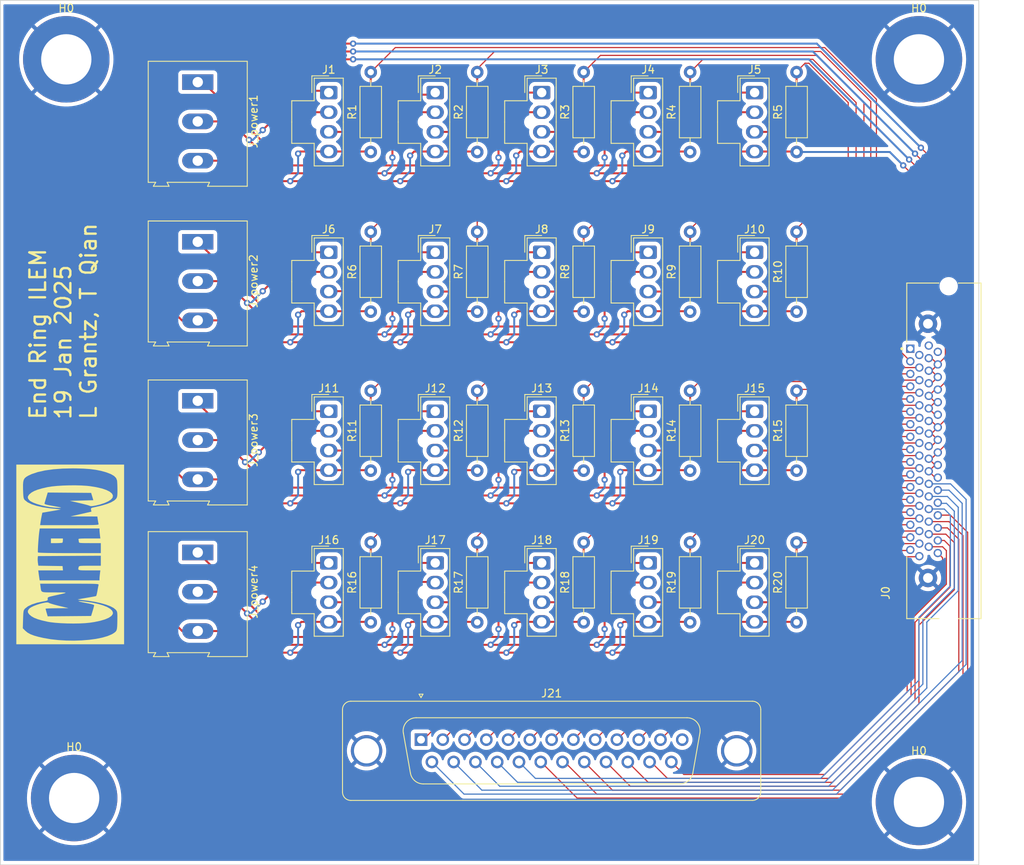
<source format=kicad_pcb>
(kicad_pcb
	(version 20240108)
	(generator "pcbnew")
	(generator_version "8.0")
	(general
		(thickness 1.6)
		(legacy_teardrops no)
	)
	(paper "A4")
	(layers
		(0 "F.Cu" signal)
		(31 "B.Cu" signal)
		(32 "B.Adhes" user "B.Adhesive")
		(33 "F.Adhes" user "F.Adhesive")
		(34 "B.Paste" user)
		(35 "F.Paste" user)
		(36 "B.SilkS" user "B.Silkscreen")
		(37 "F.SilkS" user "F.Silkscreen")
		(38 "B.Mask" user)
		(39 "F.Mask" user)
		(40 "Dwgs.User" user "User.Drawings")
		(41 "Cmts.User" user "User.Comments")
		(42 "Eco1.User" user "User.Eco1")
		(43 "Eco2.User" user "User.Eco2")
		(44 "Edge.Cuts" user)
		(45 "Margin" user)
		(46 "B.CrtYd" user "B.Courtyard")
		(47 "F.CrtYd" user "F.Courtyard")
		(48 "B.Fab" user)
		(49 "F.Fab" user)
		(50 "User.1" user)
		(51 "User.2" user)
		(52 "User.3" user)
		(53 "User.4" user)
		(54 "User.5" user)
		(55 "User.6" user)
		(56 "User.7" user)
		(57 "User.8" user)
		(58 "User.9" user)
	)
	(setup
		(stackup
			(layer "F.SilkS"
				(type "Top Silk Screen")
			)
			(layer "F.Paste"
				(type "Top Solder Paste")
			)
			(layer "F.Mask"
				(type "Top Solder Mask")
				(thickness 0.01)
			)
			(layer "F.Cu"
				(type "copper")
				(thickness 0.035)
			)
			(layer "dielectric 1"
				(type "core")
				(thickness 1.51)
				(material "FR4")
				(epsilon_r 4.5)
				(loss_tangent 0.02)
			)
			(layer "B.Cu"
				(type "copper")
				(thickness 0.035)
			)
			(layer "B.Mask"
				(type "Bottom Solder Mask")
				(thickness 0.01)
			)
			(layer "B.Paste"
				(type "Bottom Solder Paste")
			)
			(layer "B.SilkS"
				(type "Bottom Silk Screen")
			)
			(copper_finish "None")
			(dielectric_constraints no)
		)
		(pad_to_mask_clearance 0)
		(allow_soldermask_bridges_in_footprints no)
		(pcbplotparams
			(layerselection 0x00010fc_ffffffff)
			(plot_on_all_layers_selection 0x0000000_00000000)
			(disableapertmacros no)
			(usegerberextensions no)
			(usegerberattributes yes)
			(usegerberadvancedattributes yes)
			(creategerberjobfile yes)
			(dashed_line_dash_ratio 12.000000)
			(dashed_line_gap_ratio 3.000000)
			(svgprecision 4)
			(plotframeref no)
			(viasonmask no)
			(mode 1)
			(useauxorigin no)
			(hpglpennumber 1)
			(hpglpenspeed 20)
			(hpglpendiameter 15.000000)
			(pdf_front_fp_property_popups yes)
			(pdf_back_fp_property_popups yes)
			(dxfpolygonmode yes)
			(dxfimperialunits yes)
			(dxfusepcbnewfont yes)
			(psnegative no)
			(psa4output no)
			(plotreference yes)
			(plotvalue yes)
			(plotfptext yes)
			(plotinvisibletext no)
			(sketchpadsonfab no)
			(subtractmaskfromsilk no)
			(outputformat 1)
			(mirror no)
			(drillshape 0)
			(scaleselection 1)
			(outputdirectory "")
		)
	)
	(net 0 "")
	(net 1 "+15V")
	(net 2 "-15V")
	(net 3 "GND")
	(net 4 "V1")
	(net 5 "unconnected-(J0-Pad1)")
	(net 6 "unconnected-(J0-Pad2)")
	(net 7 "unconnected-(J0-Pad35)")
	(net 8 "unconnected-(J0-Pad36)")
	(net 9 "V21")
	(net 10 "V22")
	(net 11 "V23")
	(net 12 "V24")
	(net 13 "V25")
	(net 14 "V26")
	(net 15 "V27")
	(net 16 "V28")
	(net 17 "V29")
	(net 18 "V30")
	(net 19 "V31")
	(net 20 "V32")
	(net 21 "G21")
	(net 22 "G22")
	(net 23 "G23")
	(net 24 "G24")
	(net 25 "G25")
	(net 26 "G26")
	(net 27 "G27")
	(net 28 "G28")
	(net 29 "G29")
	(net 30 "G30")
	(net 31 "G31")
	(net 32 "G32")
	(net 33 "unconnected-(J21-Pad13)")
	(net 34 "V18")
	(net 35 "V10")
	(net 36 "V9")
	(net 37 "V8")
	(net 38 "V3")
	(net 39 "V7")
	(net 40 "V14")
	(net 41 "V6")
	(net 42 "V11")
	(net 43 "V13")
	(net 44 "V16")
	(net 45 "V19")
	(net 46 "V17")
	(net 47 "V2")
	(net 48 "V15")
	(net 49 "V20")
	(net 50 "V12")
	(net 51 "V5")
	(net 52 "V4")
	(footprint "Connector_Molex:Molex_Nano-Fit_105309-xx04_1x04_P2.50mm_Vertical" (layer "F.Cu") (at 78.9 47.05))
	(footprint "Connector_Molex:Molex_Nano-Fit_105309-xx04_1x04_P2.50mm_Vertical" (layer "F.Cu") (at 119.539998 86.58))
	(footprint "Connector_Molex:Molex_Nano-Fit_105309-xx04_1x04_P2.50mm_Vertical" (layer "F.Cu") (at 92.446666 86.58))
	(footprint "Resistor_THT:R_Axial_DIN0207_L6.3mm_D2.5mm_P10.16mm_Horizontal" (layer "F.Cu") (at 138.43 74.84 90))
	(footprint "Connector_Molex:Molex_Nano-Fit_105309-xx04_1x04_P2.50mm_Vertical" (layer "F.Cu") (at 92.446666 67.28))
	(footprint "Resistor_THT:R_Axial_DIN0207_L6.3mm_D2.5mm_P10.16mm_Horizontal" (layer "F.Cu") (at 138.43 94.14 90))
	(footprint "Connector_Molex:Molex_Nano-Fit_105309-xx04_1x04_P2.50mm_Vertical" (layer "F.Cu") (at 119.539998 47.05))
	(footprint "MountingHole:MountingHole_6.4mm_M6_DIN965_Pad" (layer "F.Cu") (at 45.5 22.5))
	(footprint "TerminalBlock:TerminalBlock_Altech_AK300-3_P5.00mm" (layer "F.Cu") (at 62.23 25.4 -90))
	(footprint "Connector_Molex:Molex_Nano-Fit_105309-xx04_1x04_P2.50mm_Vertical" (layer "F.Cu") (at 133.086664 47.05))
	(footprint "Connector_Molex:Molex_Nano-Fit_105309-xx04_1x04_P2.50mm_Vertical" (layer "F.Cu") (at 92.446666 26.73))
	(footprint "Resistor_THT:R_Axial_DIN0207_L6.3mm_D2.5mm_P10.16mm_Horizontal" (layer "F.Cu") (at 111.336665 34.29 90))
	(footprint "Resistor_THT:R_Axial_DIN0207_L6.3mm_D2.5mm_P10.16mm_Horizontal" (layer "F.Cu") (at 138.43 34.29 90))
	(footprint "Resistor_THT:R_Axial_DIN0207_L6.3mm_D2.5mm_P10.16mm_Horizontal" (layer "F.Cu") (at 84.243333 54.61 90))
	(footprint "Resistor_THT:R_Axial_DIN0207_L6.3mm_D2.5mm_P10.16mm_Horizontal" (layer "F.Cu") (at 97.789999 54.61 90))
	(footprint "Connector_Molex:Molex_Nano-Fit_105309-xx04_1x04_P2.50mm_Vertical" (layer "F.Cu") (at 105.993332 67.28))
	(footprint "Resistor_THT:R_Axial_DIN0207_L6.3mm_D2.5mm_P10.16mm_Horizontal" (layer "F.Cu") (at 84.243333 74.84 90))
	(footprint "Resistor_THT:R_Axial_DIN0207_L6.3mm_D2.5mm_P10.16mm_Horizontal" (layer "F.Cu") (at 124.883331 34.29 90))
	(footprint "Connector_Molex:Molex_Nano-Fit_105309-xx04_1x04_P2.50mm_Vertical" (layer "F.Cu") (at 92.446666 47.05))
	(footprint "Resistor_THT:R_Axial_DIN0207_L6.3mm_D2.5mm_P10.16mm_Horizontal" (layer "F.Cu") (at 138.43 54.61 90))
	(footprint "TerminalBlock:TerminalBlock_Altech_AK300-3_P5.00mm"
		(layer "F.Cu")
		(uuid "5ab7c4cf-59ef-4996-b236-81b67890bace")
		(at 62.23 45.72 -90)
		(descr "Altech AK300 terminal block, pitch 5.0mm, 45 degree angled, see http://www.mouser.com/ds/2/16/PCBMETRC-24178.pdf")
		(tags "Altech AK300 terminal block pitch 5.0mm")
		(property "Reference" "J_power2"
			(at 5 -7.1 90)
			(layer "F.SilkS")
			(uuid "d0152815-0499-4e17-840f-3cc715dc091b")
			(effects
				(font
					(size 1 1)
					(thickness 0.15)
				)
			)
		)
		(property "Value" "Screw_Terminal_01x03"
			(at 4.95 7.3 90)
			(layer "F.Fab")
			(uuid "67ffb515-18cf-474c-8aaa-5896bd3ef2ea")
			(effects
				(font
					(size 1 1)
					(thickness 0.15)
				)
			)
		)
		(property "Footprint" "TerminalBlock:TerminalBlock_Altech_AK300-3_P5.00mm"
			(at 0 0 -90)
			(layer "F.Fab")
			(hide yes)
			(uuid "46df0241-163f-4da0-9509-e35d925034a0")
			(effects
				(font
					(size 1.27 1.27)
					(thickness 0.15)
				)
			)
		)
		(property "Datasheet" ""
			(at 0 0 -90)
			(layer "F.Fab")
			(hide yes)
			(uuid "f84ffad7-9565-4760-a9d4-ba0f0b020823")
			(effects
				(font
					(size 1.27 1.27)
					(thickness 0.15)
				)
			)
		)
		(property "Description" ""
			(at 0 0 -90)
			(layer "F.Fab")
			(hide yes)
			(uuid "811d4bfa-dc21-4992-9113-c5d68e013c1d")
			(effects
				(font
					(size 1.27 1.27)
					(thickness 0.15)
				)
			)
		)
		(property ki_fp_filters "TerminalBlock*:*")
		(path "/1f84252a-86b8-4d6a-8056-0b748d18e0a9/20353092-575c-4c3e-90ac-82304568184a")
		(sheetname "5_Lems1")
		(sheetfile "5_Lems.kicad_sch")
		(attr through_hole)
		(fp_line
			(start -2.65 6.3)
			(end 12.75 6.3)
			(stroke
				(width 0.12)
				(type solid)
			)
			(layer "F.SilkS")
			(uuid "7ee30fbd-33b5-4d48-8155-b793b3c2b733")
		)
		(fp_line
			(start 12.75 6.3)
			(end 12.75 5.35)
			(stroke
				(width 0.12)
				(type solid)
			)
			(layer "F.SilkS")
			(uuid "ea507892-c8c6-4450-9106-446e5fbec6f9")
		)
		(fp_line
			(start 13.25 5.65)
			(end 13.25 3.65)
			(stroke
				(width 0.12)
				(type solid)
			)
			(layer "F.SilkS")
			(uuid "5ec1f7f1-8f7d-4a6e-a957-bbe16e5b6193")
		)
		(fp_line
			(start 12.75 5.35)
			(end 13.25 5.65)
			(stroke
				(width 0.12)
				(type solid)
			)
			(layer "F.SilkS")
			(uuid "eb7e652d-caf8-4647-8e99-01ac22e762bf")
		)
		(fp_line
			(start 12.75 3.9)
			(end 12.75 -1.5)
			(stroke
				(width 0.12)
				(type solid)
			)
			(layer "F.SilkS")
			(uuid "3d56b8a0-461b-452f-80de-11945ea43f19")
		)
		(fp_line
			(start 13.25 3.65)
			(end 12.75 3.9)
			(stroke
				(width 0.12)
				(type solid)
			)
			(layer "F.SilkS")
			(uuid "c1116eb1-a78c-4866-99ad-f0c757967a65")
		)
		(fp_line
			(start 13.25 -1.25)
			(end 13.25 -6.3)
			(stroke
				(width 0.12)
				(type solid)
			)
			(layer "F.SilkS")
			(uuid "83988ea6-86d2-4fa9-8595-1452b8d660f4")
		)
		(fp_line
			(start 12.75 -1.5)
			(end 13.25 -1.25)
			(stroke
				(width 0.12)
				(type solid)
			)
			(layer "F.SilkS")
			(uuid "b518a709-0482-4a79-bf97-6a3de97ee9b7")
		)
		(fp_line
			(start -2.65 -6.3)
			(end -2.65 6.3)
			(stroke
				(width 0.12)
				(type solid)
			)
			(layer "F.SilkS")
			(uuid "9a6477d8-257d-488f-b26a-e04d1ddb4474")
		)
		(fp_line
			(start 13.25 -6.3)
			(end -2.65 -6.3)
			(stroke
				(width 0.12)
				(type solid)
			)
			(layer "F.SilkS")
			(uuid "267bb8d2-209f-481d-8f33-1f5455648206")
		)
		(fp_line
			(start 13.42 6.46)
			(end -2.83 6.46)
			(stroke
				(width 0.05)
				(type solid)
			)
			(layer "F.CrtYd")
			(uuid "1bd75774-0cf7-4d54-837e-06ce206ccffe")
		)
		(fp_line
			(start 13.42 6.46)
			(end 13.42 -6.48)
			(stroke
				(width 0.05)
				(type solid)
			)
			(layer "F.CrtYd")
			(uuid "281a470d-cc8e-41bd-b38b-90dafc59436d")
		)
		(fp_line
			(start -2.83 -6.48)
			(end -2.83 6.46)
			(stroke
				(width 0.05)
				(type solid)
			)
			(layer "F.CrtYd")
			(uuid "11fad309-1e7a-4992-92a1-05269b26c02f")
		)
		(fp_line
			(start -2.83 -6.48)
			(end 13.42 -6.48)
			(stroke
				(width 0.05)
				(type solid)
			)
			(layer "F.CrtYd")
			(uuid "b07539e1-420c-4ce1-9bd6-a278c31e5cce")
		)
		(fp_line
			(start -2.58 6.21)
			(end -2.05 6.21)
			(stroke
				(width 0.1)
				(type solid)
			)
			(layer "F.Fab")
			(uuid "c64eaa91-dd15-435d-97af-7c00a0f28201")
		)
		(fp_line
			(start -2.58 6.21)
			(end -2.58 -0.65)
			(stroke
				(width 0.1)
				(type solid)
			)
			(layer "F.Fab")
			(uuid "4002f733-6d22-465c-8c13-96a9d716a5c4")
		)
		(fp_line
			(start -2.05 6.21)
			(end 2.02 6.21)
			(stroke
				(width 0.1)
				(type solid)
			)
			(layer "F.Fab")
			(uuid "bc2f2451-15dc-419a-93b2-eb8672ab1a8d")
		)
		(fp_line
			(start 2.02 6.21)
			(end 2.96 6.21)
			(stroke
				(width 0.1)
				(type solid)
			)
			(layer "F.Fab")
			(uuid "d58ab876-b42d-427c-99a7-aec60b16e4b8")
		)
		(fp_line
			(start 2.02 6.21)
			(end 2.02 4.31)
			(stroke
				(width 0.1)
				(type solid)
			)
			(layer "F.Fab")
			(uuid "6e3e3eed-f02a-4004-b08a-67d797235e96")
		)
		(fp_line
			(start 2.96 6.21)
			(end 7.02 6.21)
			(stroke
				(width 0.1)
				(type solid)
			)
			(layer "F.Fab")
			(uuid "b56482c4-0cb3-4100-b28f-d53cd5e37597")
		)
		(fp_line
			(start 2.96 6.21)
			(end 2.96 4.31)
			(stroke
				(width 0.1)
				(type solid)
			)
			(layer "F.Fab")
			(uuid "4104f842-0b3a-4050-a573-3eb2ff090921")
		)
		(fp_line
			(start 7.02 6.21)
			(end 7.58 6.21)
			(stroke
				(width 0.1)
				(type solid)
			)
			(layer "F.Fab")
			(uuid "c0a7be2a-6a26-45be-8ab5-9dee1fcd1cc2")
		)
		(fp_line
			(start 8.04 6.21)
			(end 8.04 4.31)
			(stroke
				(width 0.1)
				(type solid)
			)
			(layer "F.Fab")
			(uuid "42041b38-57bf-43ef-893b-63de85449c2d")
		)
		(fp_line
			(start 12.09 6.21)
			(end 7.58 6.21)
			(stroke
				(width 0.1)
				(type solid)
			)
			(layer "F.Fab")
			(uuid "8d867b3c-89ae-4574-8246-63d45fb46882")
		)
		(fp_line
			(start 12.1 6.21)
			(end 12.66 6.21)
			(stroke
				(width 0.1)
				(type solid)
			)
			(layer "F.Fab")
			(uuid "be746300-5862-4fae-ba5e-1ddd688065c9")
		)
		(fp_line
			(start 13.17 5.45)
			(end 12.66 5.2)
			(stroke
				(width 0.1)
				(type solid)
			)
			(layer "F.Fab")
			(uuid "a7b2a151-5b11-4e95-b151-cb59707e0c37")
		)
		(fp_line
			(start 8.02 5.2)
			(end 8.02 6.21)
			(stroke
				(width 0.1)
				(type solid)
			)
			(layer "F.Fab")
			(uuid "3cd74507-20e8-415c-8f26-28c0324d1f4c")
		)
		(fp_line
			(start 12.66 5.2)
			(end 12.66 6.21)
			(stroke
				(width 0.1)
				(type solid)
			)
			(layer "F.Fab")
			(uuid "2ddb2c8d-2b71-4e04-b1f1-45d41467d84a")
		)
		(fp_line
			(start -2.05 4.31)
			(end -2.05 6.21)
			(stroke
				(width 0.1)
				(type solid)
			)
			(layer "F.Fab")
			(uuid "6b1ad008-03e8-4398-831f-193b18e43594")
		)
		(fp_line
			(start 2.02 4.31)
			(end -2.05 4.31)
			(stroke
				(width 0.1)
				(type solid)
			)
			(layer "F.Fab")
			(uuid "7abf2854-a5af-427a-9dcb-4dbc9a667ce0")
		)
		(fp_line
			(start 2.02 4.31)
			(end 2.02 -0.26)
			(stroke
				(width 0.1)
				(type solid)
			)
			(layer "F.Fab")
			(uuid "6402df0c-38b9-473f-93c3-ea3d303cb519")
		)
		(fp_line
			(start 2.96 4.31)
			(end 7.02 4.31)
			(stroke
				(width 0.1)
				(type solid)
			)
			(layer "F.Fab")
			(uuid "5ae6a61a-a83c-4a09-9bfb-3f50aed22803")
		)
		(fp_line
			(start 2.96 4.31)
			(end 2.96 -0.26)
			(stroke
				(width 0.1)
				(type solid)
			)
			(layer "F.Fab")
			(uuid "eef3e0b9-9139-409a-830b-b5d240c72719")
		)
		(fp_line
			(start 7.02 4.31)
			(end 7.02 6.21)
			(stroke
				(width 0.1)
				(type solid)
			)
			(layer "F.Fab")
			(uuid "0e5498a1-c913-4285-9821-ed77838e4467")
		)
		(fp_line
			(start 8.04 4.31)
			(end 12.1 4.31)
			(stroke
				(width 0.1)
				(type solid)
			)
			(layer "F.Fab")
			(uuid "c418fa2d-6424-4f52-acc7-dcd66ce35bd7")
		)
		(fp_line
			(start 12.1 4.31)
			(end 12.1 6.21)
			(stroke
				(width 0.1)
				(type solid)
			)
			(layer "F.Fab")
			(uuid "bef9fe67-07e6-4bde-8178-8b0464fa559e")
		)
		(fp_line
			(start 8.02 4.05)
			(end 8.02 5.2)
			(stroke
				(width 0.1)
				(type solid)
			)
			(layer "F.Fab")
			(uuid "8c8f4ec4-4049-4a2f-acfa-568724e656cc")
		)
		(fp_line
			(start 12.66 4.05)
			(end 12.66 5.2)
			(stroke
				(width 0.1)
				(type solid)
			)
			(layer "F.Fab")
			(uuid "05baeab5-56f2-407d-a11d-cac68da906e4")
		)
		(fp_line
			(start 8.02 3.99)
			(end 8.02 -0.26)
			(stroke
				(width 0.1)
				(type solid)
			)
			(layer "F.Fab")
			(uuid "e4f1cda9-5784-4bba-a900-cbd331e0be42")
		)
		(fp_line
			(start 13.17 3.8)
			(end 13.17 5.45)
			(stroke
				(width 0.1)
				(type solid)
			)
			(layer "F.Fab")
			(uuid "cdce2ddc-3366-4e60-b392-856b4b463d97")
		)
		(fp_line
			(start 13.17 3.8)
			(end 12.66 4.05)
			(stroke
				(width 0.1)
				(type solid)
			)
			(layer "F.Fab")
			(uuid "40f236c1-672c-4ca2-b1b7-d74bb77c13f3")
		)
		(fp_line
			(start -1.67 3.67)
			(end -1.67 0.5)
			(stroke
				(width 0.1)
				(type solid)
			)
			(layer "F.Fab")
			(uuid "d96d3a04-58ff-4759-86c5-d1bc5c4b4d71")
		)
		(fp_line
			(start 1.64 3.67)
			(end -1.67 3.67)
			(stroke
				(width 0.1)
				(type solid)
			)
			(layer "F.Fab")
			(uuid "ea97c36b-c16a-4ee3-b6b0-6fa839d1fb49")
		)
		(fp_line
			(start 1.64 3.67)
			(end 1.64 0.5)
			(stroke
				(width 0.1)
				(type solid)
			)
			(layer "F.Fab")
			(uuid "93c5d8a7-1012-4672-85d0-e6701a147ff4")
		)
		(fp_line
			(start 3.34 3.67)
			(end 3.34 0.5)
			(stroke
				(width 0.1)
				(type solid)
			)
			(layer "F.Fab")
			(uuid "353fe7e1-b453-4abe-8e9f-bc963cbd2585")
		)
		(fp_line
			(start 6.64 3.67)
			(end 3.34 3.67)
			(stroke
				(width 0.1)
				(type solid)
			)
			(layer "F.Fab")
			(uuid "e61e8843-1c35-442c-8fa2-ff529ba1af58")
		)
		(fp_line
			(start 6.64 3.67)
			(end 6.64 0.5)
			(stroke
				(width 0.1)
				(type solid)
			)
			(layer "F.Fab")
			(uuid "6e550473-4b15-4d98-9882-9ce40e7f495b")
		)
		(fp_line
			(start 8.42 3.67)
			(end 8.42 0.5)
			(stroke
				(width 0.1)
				(type solid)
			)
			(layer "F.Fab")
			(uuid "f756dd76-5036-41d8-8b59-2bfda503c39d")
		)
		(fp_line
			(start 11.72 3.67)
			(end 8.42 3.67)
			(stroke
				(width 0.1)
				(type solid)
			)
			(layer "F.Fab")
			(uuid "e0d73431-f09d-4610-9fc5-49affcfa6af7")
		)
		(fp_line
			(start 11.72 3.67)
			(end 11.72 0.5)
			(stroke
				(width 0.1)
				(type solid)
			)
			(layer "F.Fab")
			(uuid "daf6e4b1-42c2-4d1a-b081-2a345afb96c0")
		)
		(fp_line
			(start -1.28 2.53)
			(end 1.26 2.53)
			(stroke
				(width 0.1)
				(type solid)
			)
			(layer "F.Fab")
			(uuid "15f6d671-ea4c-4d48-89e6-bde903bf21cb")
		)
		(fp_line
			(start -1.28 2.53)
			(end -1.28 -0.26)
			(stroke
				(width 0.1)
				(type solid)
			)
			(layer "F.Fab")
			(uuid "badc7366-856c-41cb-aba5-0893eacba643")
		)
		(fp_line
			(start 1.26 2.53)
			(end 1.26 -0.26)
			(stroke
				(width 0.1)
				(type solid)
			)
			(layer "F.Fab")
			(uuid "7ecb5471-8f1f-4f76-a022-ab2ae0f2b47f")
		)
		(fp_line
			(start 3.72 2.53)
			(end 6.26 2.53)
			(stroke
				(width 0.1)
				(type solid)
			)
			(layer "F.Fab")
			(uuid "450d82a9-d2fa-4bc5-8497-8e57873ceb2d")
		)
		(fp_line
			(start 3.72 2.53)
			(end 3.72 -0.26)
			(stroke
				(width 0.1)
				(type solid)
			)
			(layer "F.Fab")
			(uuid "21b90eee-4909-4c4c-91db-e1dc1890fe94")
		)
		(fp_line
			(start 6.26 2.53)
			(end 6.26 -0.26)
			(stroke
				(width 0.1)
				(type solid)
			)
			(layer "F.Fab")
			(uuid "8efaa4c3-3ed9-45e7-9e7e-ed801f57b978")
		)
		(fp_line
			(start 8.8 2.53)
			(end 11.34 2.53)
			(stroke
				(width 0.1)
				(type solid)
			)
			(layer "F.Fab")
			(uuid "59da3b51-54e9-4da0-8cbd-3b63d5f253fe")
		)
		(fp_line
			(start 8.8 2.53)
			(end 8.8 -0.26)
			(stroke
				(width 0.1)
				(type solid)
			)
			(layer "F.Fab")
			(uuid "023259d9-8645-46a1-a287-0e7a6eb2dbea")
		)
		(fp_line
			(start 11.34 2.53)
			(end 11.34 -0.26)
			(stroke
				(width 0.1)
				(type solid)
			)
			(layer "F.Fab")
			(uuid "dcc098e2-56c1-49b1-a135-d884c4b65538")
		)
		(fp_line
			(start -1.67 0.5)
			(end -1.28 0.5)
			(stroke
				(width 0.1)
				(type solid)
			)
			(layer "F.Fab")
			(uuid "aeacd1f8-1d3e-4498-b3fd-80789bc56aa7")
		)
		(fp_line
			(start 1.64 0.5)
			(end 1.26 0.5)
			(stroke
				(width 0.1)
				(type solid)
			)
			(layer "F.Fab")
			(uuid "83d57cb0-4203-4733-871c-925fe5da99d2")
		)
		(fp_line
			(start 3.34 0.5)
			(end 3.72 0.5)
			(stroke
				(width 0.1)
				(type solid)
			)
			(layer "F.Fab")
			(uuid "027530ad-0816-469f-be11-fa8d8aebff67")
		)
		(fp_line
			(start 6.64 0.5)
			(end 6.26 0.5)
			(stroke
				(width 0.1)
				(type solid)
			)
			(layer "F.Fab")
			(uuid "1c8ac8dd-a5ea-4895-8b63-69f7e9f9b4c6")
		)
		(fp_line
			(start 8.42 0.5)
			(end 8.8 0.5)
			(stroke
				(width 0.1)
				(type solid)
			)
			(layer "F.Fab")
			(uuid "60a88966-b5df-4d0f-afe6-2dc51976ed2f")
		)
		(fp_line
			(start 11.72 0.5)
			(end 11.34 0.5)
			(stroke
				(width 0.1)
				(type solid)
			)
			(layer "F.Fab")
			(uuid "27d36110-4fbb-42b7-97e7-44fd2fab84b1")
		)
		(fp_line
			(start -2.05 -0.26)
			(end -2.05 4.31)
			(stroke
				(width 0.1)
				(type solid)
			)
			(layer "F.Fab")
			(uuid "7759e287-3bf4-40e5-938b-c1ca980d4cf8")
		)
		(fp_line
			(start -2.05 -0.26)
			(end -1.67 -0.26)
			(stroke
				(width 0.1)
				(type solid)
			)
			(layer "F.Fab")
			(uuid "25b5a350-ad3e-4e53-9542-e037a6e3a8fc")
		)
		(fp_line
			(start -1.28 -0.26)
			(end 1.26 -0.26)
			(stroke
				(width 0.1)
				(type solid)
			)
			(layer "F.Fab")
			(uuid "b9d0086c-251e-48a4-8e94-a4e4e6eaf6e3")
		)
		(fp_line
			(start 1.64 -0.26)
			(end -1.67 -0.26)
			(stroke
				(width 0.1)
				(type solid)
			)
			(layer "F.Fab")
			(uuid "d9b06cee-aba8-47bd-a34a-a420b9503bee")
		)
		(fp_line
			(start 2.02 -0.26)
			(end 1.64 -0.26)
			(stroke
				(width 0.1)
				(type solid)
			)
			(layer "F.Fab")
			(uuid "2fbfae38-a48d-49fb-a9cd-43e2e59e94fd")
		)
		(fp_line
			(start 2.96 -0.26)
			(end 3.34 -0.26)
			(stroke
				(width 0.1)
				(type solid)
			)
			(layer "F.Fab")
			(uuid "5eefa3f0-311d-4d8a-bdca-e03d0672cf94")
		)
		(fp_line
			(start 3.34 -0.26)
			(end 6.64 -0.26)
			(stroke
				(width 0.1)
				(type solid)
			)
			(layer "F.Fab")
			(uuid "81646074-db8f-48e0-9156-99453eaeebcb")
		)
		(fp_line
			(start 3.72 -0.26)
			(end 6.26 -0.26)
			(stroke
				(width 0.1)
				(type solid)
			)
			(layer "F.Fab")
			(uuid "d38b4dea-8ce0-4afd-94df-cafa87585093")
		)
		(fp_line
			(start 7.02 -0.26)
			(end 7.02 4.31)
			(stroke
				(width 0.1)
				(type solid)
			)
			(layer "F.Fab")
			(uuid "639be79e-7f72-4472-9f31-18d8242fce59")
		)
		(fp_line
			(start 7.02 -0.26)
			(end 6.64 -0.26)
			(stroke
				(width 0.1)
				(type solid)
			)
			(layer "F.Fab")
			(uuid "6fec918b-1bac-4075-881e-38de6a69204e")
		)
		(fp_line
			(start 8.04 -0.26)
			(end 8.42 -0.26)
			(stroke
				(width 0.1)
				(type solid)
			)
			(layer "F.Fab")
			(uuid "35c4ef5b-00a7-4667-8a16-28b272c05a1e")
		)
		(fp_line
			(start 8.42 -0.26)
			(end 11.72 -0.26)
			(stroke
				(width 0.1)
				(type solid)
			)
			(layer "F.Fab")
			(uuid "454622fd-5ac2-4631-9dc8-59ee73c952ec")
		)
		(fp_line
			(start 8.8 -0.26)
			(end 11.34 -0.26)
			(stroke
				(width 0.1)
				(type solid)
			)
			(layer "F.Fab")
			(uuid "1cd5709c-7d53-4a22-9c31-c6c69de5a9b8")
		)
		(fp_line
			(start 12.1 -0.26)
			(end 12.1 4.31)
			(stroke
				(width 0.1)
				(type solid)
			)
			(layer "F.Fab")
			(uuid "caed26d3-dc87-4d91-bd71-d0015b0b82c8")
		)
		(fp_line
			(start 12.1 -0.26)
			(end 11.72 -0.26)
			(stroke
				(width 0.1)
				(type solid)
			)
			(layer "F.Fab")
			(uuid "92d35fd7-0913-491c-9e1d-26d791d31a1a")
		)
		(fp_line
			(start -2.58 -0.65)
			(end -2.58 -3.19)
			(stroke
				(width 0.1)
				(type solid)
			)
			(layer "F.Fab")
			(uuid "5eefd0d6-59d9-40d5-aabf-2238b3c2689c")
		)
		(fp_line
			(start 12.66 -0.65)
			(end 12.66 4.05)
			(stroke
				(width 0.1)
				(type solid)
			)
			(layer "F.Fab")
			(uuid "0e805729-455b-41f4-8427-37b81f780376")
		)
		(fp_line
			(start 12.66 -0.65)
			(end -2.52 -0.65)
			(stroke
				(width 0.1)
				(type solid)
			)
			(layer "F.Fab")
			(uuid "c721985c-9dff-466b-8bba-2209f82c296a")
		)
		(fp_line
			(start 13.17 -1.41)
			(end 12.66 -1.66)
			(stroke
				(width 0.1)
				(type solid)
			)
			(layer "F.Fab")
			(uuid "9f6c6030-bb18-46e1-bddd-889c80c1b1bb")
		)
		(fp_line
			(start 12.66 -1.66)
			(end 12.66 -0.65)
			(stroke
				(width 0.1)
				(type solid)
			)
			(layer "F.Fab")
			(uuid "47a19610-5945-433f-94c9-31fb5a3de7c0")
		)
		(fp_line
			(start -2.58 -3.19)
			(end 7.58 -3.19)
			(stroke
				(width 0.1)
				(type solid)
			)
			(layer "F.Fab")
			(uuid "ac49b5d4-8f55-42f4-afe2-fce5a42f1a96")
		)
		(fp_line
			(start -2.58 -3.19)
			(end -2.58 -6.23)
			(stroke
				(width 0.1)
				(type solid)
			)
			(layer "F.Fab")
			(uuid "9e1f6022-ae6b-4145-9e9d-c7cb2edbd120")
		)
		(fp_line
			(start 7.58 -3.19)
			(end 12.6 -3.19)
			(stroke
				(width 0.1)
				(type solid)
			)
			(layer "F.Fab")
			(uuid "60ca6565-545d-4c31-a2e1-79db121c9235")
		)
		(fp_line
			(start 12.66 -3.19)
			(end 12.66 -1.66)
			(stroke
				(width 0.1)
				(type solid)
			)
			(layer "F.Fab")
			(uuid "b8f64177-36b2-454b-9e37-d9e3e42b590c")
		)
		(fp_line
			(start -2.05 -3.44)
			(end -2.05 -5.98)
			(stroke
				(width 0.1)
				(type solid)
			)
			(layer "F.Fab")
			(uuid "0994a2d6-c6e0-4a15-a590-31773106033c")
		)
		(fp_line
			(start 2.02 -3.44)
			(end -2.05 -3.44)
			(stroke
				(width 0.1)
				(type solid)
			)
			(layer "F.Fab")
			(uuid "107863e6-c9a4-4612-b6fe-e73698259a82")
		)
		(fp_line
			(start 2.02 -3.44)
			(end 2.02 -5.98)
			(stroke
				(width 0.1)
				(type solid)
			)
			(layer "F.Fab")
			(uuid "13493bef-3d88-4827-82ab-e4c6c4f0f673")
		)
		(fp_line
			(start 2.96 -3.44)
			(end 2.96 -5.98)
			(stroke
				(width 0.1)
				(type solid)
			)
			(layer "F.Fab")
			(uuid "29d74844-0335-4a14-bb90-5f09a5156fea")
		)
		(fp_line
			(start 7.02 -3.44)
			(end 2.96 -3.44)
			(stroke
				(width 0.1)
				(type solid)
			)
			(layer "F.Fab")
			(uuid "b37b9cfb-afe1-4dd1-ae1e-7ff5b863353e")
		)
		(fp_line
			(start 8.04 -3.44)
			(end 8.04 -5.98)
			(stroke
				(width 0.1)
				(type solid)
			)
			(layer "F.Fab")
			(uuid "98b3134c-ec03-453a-a9db-67e1c4b36e2a")
		)
		(fp_line
			(start 12.1 -3.44)
			(end 8.04 -3.44)
			(stroke
				(width 0.1)
				(type solid)
			)
			(layer "F.Fab")
			(uuid "8eff24ff-42cc-4855-93ba-af675f22f2b0")
		)
		(fp_line
			(start -1.51 -4.33)
			(end 1.53 -4.96)
			(stroke
				(width 0.1)
				(type solid)
			)
			(layer "F.Fab")
			(uuid "17c87b6d-a76e-4add-bfcf-45e50197c987")
		)
		(fp_line
			(start 3.49 -4.33)
			(end 6.54 -4.96)
			(stroke
				(width 0.1)
				(type solid)
			)
			(layer "F.Fab")
			(uuid "443782c9-a5e0-4cce-8c77-e8120efdcd0c")
		)
		(fp_line
			(start 8.57 -4.33)
			(end 11.62 -4.96)
			(stroke
				(width 0.1)
				(type solid)
			)
			(layer "F.Fab")
			(uuid "5a23497c-6f15-409d-8c5a-0e600d7390cf")
		)
		(fp_line
			(start -1.64 -4.46)
			(end 1.41 -5.09)
			(stroke
				(width 0.1)
				(type solid)
			)
			(layer "F.Fab")
			(uuid "6da6cdf1-e226-4cd3-b9c6-c08667c73968")
		)
		(fp_line
			(start 3.36 -4.46)
			(end 6.41 -5.09)
			(stroke
				(width 0.1)
				(type solid)
			)
			(layer "F.Fab")
			(uuid "20a91594-a2ff-44ed-b782-b8df70086a6e")
		)
		(fp_line
			(start 8.44 -4.46)
			(end 11.49 -5.09)
			(stroke
				(width 0.1)
				(type solid)
			)
			(layer "F.Fab")
			(uuid "5f272880-b950-4b80-b956-3e0ec7df4934")
		)
		(fp_line
			(start 2.02 -5.98)
			(end -2.05 -5.98)
			(stroke
				(width 0.1)
				(type solid)
			)
			(layer "F.Fab")
			(uuid "0810f80e-376b-4bfc-9bf1-0769055eca05")
		)
		(fp_line
			(start 2.96 -5.98)
			(end 7.02 -5.98)
			(stroke
				(width 0.1)
				(type solid)
			)
			(layer "F.Fab")
			(uuid "f26d307e-22c3-41fe-a1cd-ff5c75888b3f")
		)
		(fp_line
			(start 7.02 -5.98)
			(end 7.02 -3.44)
			(stroke
				(width 0.1)
				(type solid)
			)
			(layer "F.Fab")
			(uuid "efee49ed-31fd-458a-8987-5549b0490a4d")
		)
		(fp_line
			(start 8.04 -5.98)
			(end 12.1 -5.98)
			(stroke
				(width 0.1)
				(type solid)
			)
			(layer "F.Fab")
			(uuid "7d5c83b5-8f54-43b9-a56a-a85f8562c154")
		)
		(fp_line
			(start 12.1 -5.98)
			(end 12.1 -3.44)
			(stroke
				(width 0.1)
				(type solid)
			)
			(layer "F.Fab")
			(uuid "bbd70f5c-3ae9-425e-9504-b0e15cecc9ea")
		)
		(fp_line
			(start -2.58 -6.23)
			(end 12.66 -6.23)
			(stroke
				(width 0.1)
				(type solid)
			)
			(layer "F.Fab")
			(uuid "a8e995af-5fc6-4692-8210-ea640b3cc960")
		)
		(fp_line
			(start 12.66 -6.23)
			(end 12.66 -3.19)
			(stroke
				(width 0.1)
				(type solid)
			)
			(layer "F.Fab")
			(uuid "15e1f2da-782c-4a50-babe-48cbd7dbfb88")
		)
		(fp_line
			(start 12.66 -6.23)
			(end 13.17 -6.23)
			(stroke
				(width 0.1)
				(type solid)
			)
			(layer "F.Fab")
			(uuid "678d0a96-7648-4567-a100-5d2643642231")
		)
		(fp_line
			(start 13.17 -6.23)
			(end 13.17 -1.41)
			(stroke
				(width 0.1)
				(type solid)
			)
			(layer "F.Fab")
			(uuid "e6dce796-b66e-46ed-a230-0ddbe035a9cb")
		)
		(fp_arc
			(start 1.5 -4.13)
			(mid 0.000583 -3.644318)
			(end -1.482333 -4.178263)
			(stroke
				(width 0.1)
				(type solid)
			)
			(layer "F.Fab")
			(uuid "762073c4-c0af-4c18-8a6a-6000f792d32e")
		)
		(fp_arc
			(start 6.5 -4.13)
			(mid 5.000583 -3.644318)
			(end 3.517667 -4.178263)
			(stroke
				(width 0.1)
				(type solid)
			)
			(layer "F.Fab")
			(uuid "0189218a-f5ee-4b05-b880-745f9cfb0167")
		)
		(fp_arc
			(start 11.58 -4.13)
			(mid 10.080583 -3.644318)
			(end 8.597667 -4.178263)
			(stroke
				(width 0.1)
				(type solid)
			)
			(layer "F.Fab")
			(uuid "dcd02daa-7231-40a5-95eb-4cf4eb861b76")
		)
		(fp_arc
			(start -1.44 -4.14)
			(mid -1.7423
... [790329 chars truncated]
</source>
